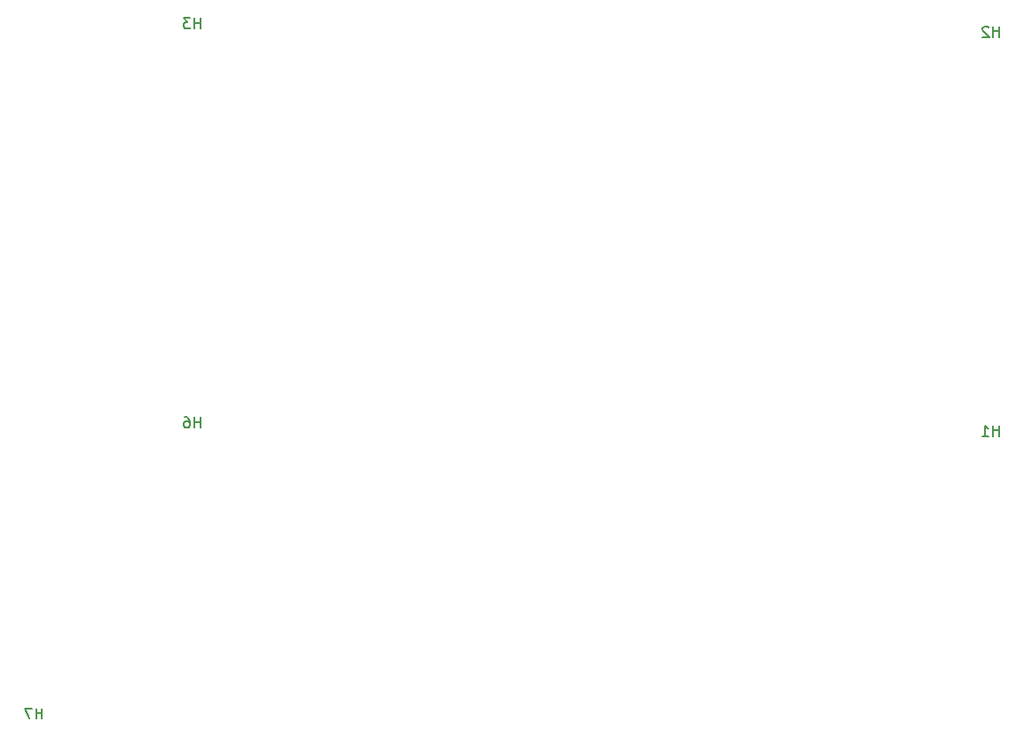
<source format=gbr>
%TF.GenerationSoftware,KiCad,Pcbnew,(5.1.9-0-10_14)*%
%TF.CreationDate,2021-04-19T01:19:56-05:00*%
%TF.ProjectId,wren-right-bottom,7772656e-2d72-4696-9768-742d626f7474,rev?*%
%TF.SameCoordinates,Original*%
%TF.FileFunction,Legend,Bot*%
%TF.FilePolarity,Positive*%
%FSLAX46Y46*%
G04 Gerber Fmt 4.6, Leading zero omitted, Abs format (unit mm)*
G04 Created by KiCad (PCBNEW (5.1.9-0-10_14)) date 2021-04-19 01:19:56*
%MOMM*%
%LPD*%
G01*
G04 APERTURE LIST*
%ADD10C,0.150000*%
G04 APERTURE END LIST*
%TO.C,H7*%
D10*
X121401154Y-135389880D02*
X121401154Y-134389880D01*
X121401154Y-134866071D02*
X120829726Y-134866071D01*
X120829726Y-135389880D02*
X120829726Y-134389880D01*
X120448773Y-134389880D02*
X119782107Y-134389880D01*
X120210678Y-135389880D01*
%TO.C,H6*%
X136487154Y-107608630D02*
X136487154Y-106608630D01*
X136487154Y-107084821D02*
X135915726Y-107084821D01*
X135915726Y-107608630D02*
X135915726Y-106608630D01*
X135010964Y-106608630D02*
X135201440Y-106608630D01*
X135296678Y-106656250D01*
X135344297Y-106703869D01*
X135439535Y-106846726D01*
X135487154Y-107037202D01*
X135487154Y-107418154D01*
X135439535Y-107513392D01*
X135391916Y-107561011D01*
X135296678Y-107608630D01*
X135106202Y-107608630D01*
X135010964Y-107561011D01*
X134963345Y-107513392D01*
X134915726Y-107418154D01*
X134915726Y-107180059D01*
X134963345Y-107084821D01*
X135010964Y-107037202D01*
X135106202Y-106989583D01*
X135296678Y-106989583D01*
X135391916Y-107037202D01*
X135439535Y-107084821D01*
X135487154Y-107180059D01*
%TO.C,H3*%
X136487154Y-69508630D02*
X136487154Y-68508630D01*
X136487154Y-68984821D02*
X135915726Y-68984821D01*
X135915726Y-69508630D02*
X135915726Y-68508630D01*
X135534773Y-68508630D02*
X134915726Y-68508630D01*
X135249059Y-68889583D01*
X135106202Y-68889583D01*
X135010964Y-68937202D01*
X134963345Y-68984821D01*
X134915726Y-69080059D01*
X134915726Y-69318154D01*
X134963345Y-69413392D01*
X135010964Y-69461011D01*
X135106202Y-69508630D01*
X135391916Y-69508630D01*
X135487154Y-69461011D01*
X135534773Y-69413392D01*
%TO.C,H2*%
X212711154Y-70302380D02*
X212711154Y-69302380D01*
X212711154Y-69778571D02*
X212139726Y-69778571D01*
X212139726Y-70302380D02*
X212139726Y-69302380D01*
X211711154Y-69397619D02*
X211663535Y-69350000D01*
X211568297Y-69302380D01*
X211330202Y-69302380D01*
X211234964Y-69350000D01*
X211187345Y-69397619D01*
X211139726Y-69492857D01*
X211139726Y-69588095D01*
X211187345Y-69730952D01*
X211758773Y-70302380D01*
X211139726Y-70302380D01*
%TO.C,H1*%
X212675154Y-108402380D02*
X212675154Y-107402380D01*
X212675154Y-107878571D02*
X212103726Y-107878571D01*
X212103726Y-108402380D02*
X212103726Y-107402380D01*
X211103726Y-108402380D02*
X211675154Y-108402380D01*
X211389440Y-108402380D02*
X211389440Y-107402380D01*
X211484678Y-107545238D01*
X211579916Y-107640476D01*
X211675154Y-107688095D01*
%TD*%
M02*

</source>
